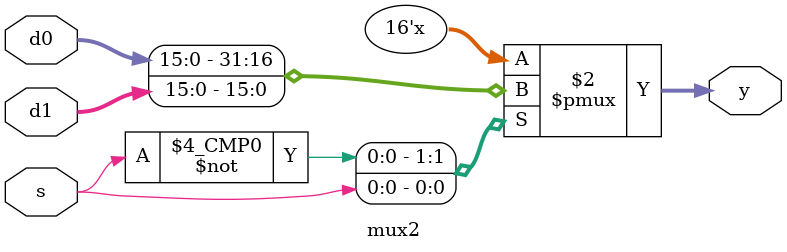
<source format=v>
module mux2 #(parameter WIDTH = 16) (  // Default width set to 16
    input [WIDTH-1:0] d0, d1,
    input s,
    output reg [WIDTH-1:0] y
);
    always @( * )
        case(s)
            1'b0: y <= d0;
            1'b1: y <= d1;
        endcase
endmodule

</source>
